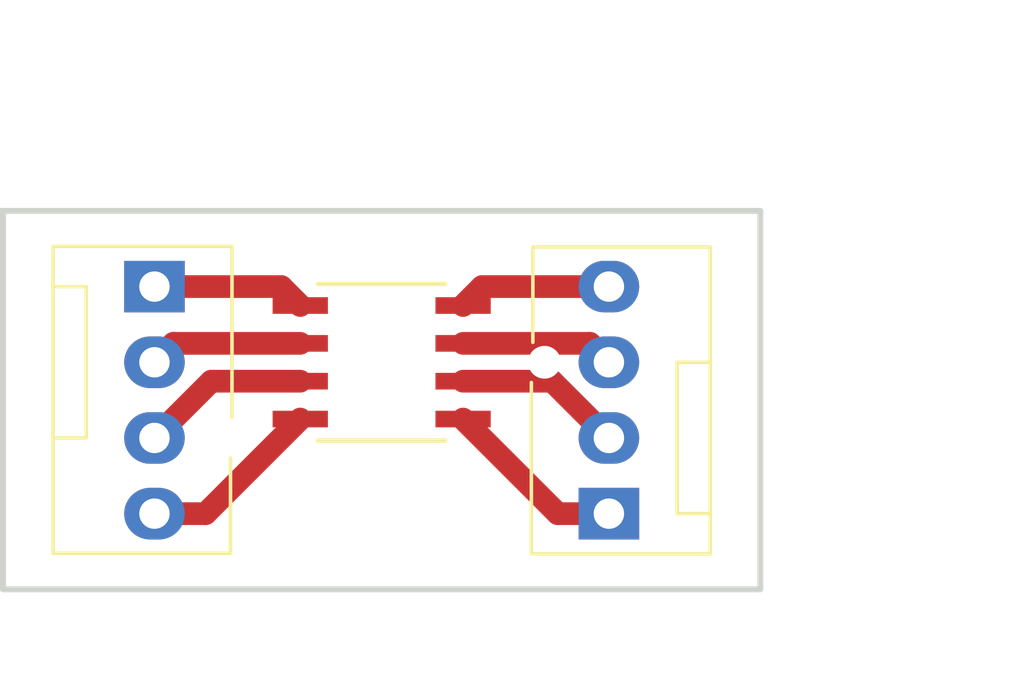
<source format=kicad_pcb>
(kicad_pcb (version 20221018) (generator pcbnew)
  (layers (0 "F.Cu" signal) (31 "B.Cu" signal) (34 "B.Paste" user) (35 "F.Paste" user) (36 "B.SilkS" user "B.Silkscreen") (37 "F.SilkS" user "F.Silkscreen") (38 "B.Mask" user) (39 "F.Mask" user) (44 "Edge.Cuts" user))
  (net 0 "")
  (footprint "Connector:FanPinHeader_1x04_P2.54mm_Vertical" (layer "F.Cu") (at 76.2 68.58 -90)
    (fp_text reference "REF**" hide)
    (fp_text value "FanPinHeader_1x04_P2.54mm_Vertical" hide)
    (fp_line (start -1.35 -2.6) (end 4.4 -2.6) (stroke (width 0.12)) (layer "F.SilkS"))
    (fp_line (start -1.35 3.4) (end -1.35 -2.6) (stroke (width 0.12)) (layer "F.SilkS"))
    (fp_line (start 0 2.29) (end 5.08 2.29) (stroke (width 0.12)) (layer "F.SilkS"))
    (fp_line (start 0 3.3) (end 0 2.29) (stroke (width 0.12)) (layer "F.SilkS"))
    (fp_line (start 5.08 2.29) (end 5.08 3.3) (stroke (width 0.12)) (layer "F.SilkS"))
    (fp_line (start 5.75 -2.55) (end 8.95 -2.55) (stroke (width 0.12)) (layer "F.SilkS"))
    (fp_line (start 8.95 -2.55) (end 8.95 3.4) (stroke (width 0.12)) (layer "F.SilkS"))
    (fp_line (start 8.95 3.4) (end -1.35 3.4) (stroke (width 0.12)) (layer "F.SilkS"))
    (pad "" np_thru_hole circle (at 5.08 -2.16) (size 1.1 1.1) (drill 1.1) (layers "*.Cu" "*.Mask"))
    (pad "1" thru_hole rect (at 0 0) (size 2.03 1.73) (drill 1.02) (layers "*.Cu" "*.Mask"))
    (pad "2" thru_hole oval (at 2.54 0) (size 2.03 1.73) (drill 1.02) (layers "*.Cu" "*.Mask"))
    (pad "3" thru_hole oval (at 5.08 0) (size 2.03 1.73) (drill 1.02) (layers "*.Cu" "*.Mask"))
    (pad "4" thru_hole oval (at 7.62 0) (size 2.03 1.73) (drill 1.02) (layers "*.Cu" "*.Mask"))
  )
  (footprint "Super_Visory_Circuit:SO-8_STM-M" (layer "F.Cu") (at 83.82 71.12)
    (fp_text reference "REF**" hide)
    (fp_text value "SO-8_STM" hide)
    (fp_line (start -2.1336 2.6289) (end 2.1336 2.6289) (stroke (width 0.1524)) (layer "F.SilkS"))
    (fp_line (start 2.1336 -2.6289) (end -2.1336 -2.6289) (stroke (width 0.1524)) (layer "F.SilkS"))
    (pad "1" smd rect (at -2.7305 -1.905) (size 1.8542 0.5588) (layers "F.Cu" "F.Paste" "F.Mask"))
    (pad "2" smd rect (at -2.7305 -0.635) (size 1.8542 0.5588) (layers "F.Cu" "F.Paste" "F.Mask"))
    (pad "3" smd rect (at -2.7305 0.635) (size 1.8542 0.5588) (layers "F.Cu" "F.Paste" "F.Mask"))
    (pad "4" smd rect (at -2.7305 1.905) (size 1.8542 0.5588) (layers "F.Cu" "F.Paste" "F.Mask"))
    (pad "5" smd rect (at 2.7305 1.905) (size 1.8542 0.5588) (layers "F.Cu" "F.Paste" "F.Mask"))
    (pad "6" smd rect (at 2.7305 0.635) (size 1.8542 0.5588) (layers "F.Cu" "F.Paste" "F.Mask"))
    (pad "7" smd rect (at 2.7305 -0.635) (size 1.8542 0.5588) (layers "F.Cu" "F.Paste" "F.Mask"))
    (pad "8" smd rect (at 2.7305 -1.905) (size 1.8542 0.5588) (layers "F.Cu" "F.Paste" "F.Mask"))
  )
  (footprint "Connector:FanPinHeader_1x04_P2.54mm_Vertical" (layer "F.Cu") (at 91.44 76.2 90)
    (fp_text reference "REF**" hide)
    (fp_text value "FanPinHeader_1x04_P2.54mm_Vertical" hide)
    (fp_line (start -1.35 -2.6) (end 4.4 -2.6) (stroke (width 0.12)) (layer "F.SilkS"))
    (fp_line (start -1.35 3.4) (end -1.35 -2.6) (stroke (width 0.12)) (layer "F.SilkS"))
    (fp_line (start 0 2.29) (end 5.08 2.29) (stroke (width 0.12)) (layer "F.SilkS"))
    (fp_line (start 0 3.3) (end 0 2.29) (stroke (width 0.12)) (layer "F.SilkS"))
    (fp_line (start 5.08 2.29) (end 5.08 3.3) (stroke (width 0.12)) (layer "F.SilkS"))
    (fp_line (start 5.75 -2.55) (end 8.95 -2.55) (stroke (width 0.12)) (layer "F.SilkS"))
    (fp_line (start 8.95 -2.55) (end 8.95 3.4) (stroke (width 0.12)) (layer "F.SilkS"))
    (fp_line (start 8.95 3.4) (end -1.35 3.4) (stroke (width 0.12)) (layer "F.SilkS"))
    (pad "" np_thru_hole circle (at 5.08 -2.16 180) (size 1.1 1.1) (drill 1.1) (layers "*.Cu" "*.Mask"))
    (pad "1" thru_hole rect (at 0 0 180) (size 2.03 1.73) (drill 1.02) (layers "*.Cu" "*.Mask"))
    (pad "2" thru_hole oval (at 2.54 0 180) (size 2.03 1.73) (drill 1.02) (layers "*.Cu" "*.Mask"))
    (pad "3" thru_hole oval (at 5.08 0 180) (size 2.03 1.73) (drill 1.02) (layers "*.Cu" "*.Mask"))
    (pad "4" thru_hole oval (at 7.62 0 180) (size 2.03 1.73) (drill 1.02) (layers "*.Cu" "*.Mask"))
  )
  (gr_rect (start 71.12 66.04) (end 96.52 78.74) (stroke (width 0.2)) (fill none) (layer "Edge.Cuts"))
  (segment (start 86.5505 71.755) (end 89.535 71.755) (width 0.762) (layer "F.Cu") (net 0))
  (segment (start 76.2 76.2) (end 77.9145 76.2) (width 0.762) (layer "F.Cu") (net 0))
  (segment (start 76.2 68.58) (end 80.4545 68.58) (width 0.762) (layer "F.Cu") (net 0))
  (segment (start 90.805 70.485) (end 91.44 71.12) (width 0.762) (layer "F.Cu") (net 0))
  (segment (start 91.44 76.2) (end 89.7255 76.2) (width 0.762) (layer "F.Cu") (net 0))
  (segment (start 78.105 71.755) (end 76.2 73.66) (width 0.762) (layer "F.Cu") (net 0))
  (segment (start 77.9145 76.2) (end 81.0895 73.025) (width 0.762) (layer "F.Cu") (net 0))
  (segment (start 80.4545 68.58) (end 81.0895 69.215) (width 0.762) (layer "F.Cu") (net 0))
  (segment (start 87.1855 68.58) (end 86.5505 69.215) (width 0.762) (layer "F.Cu") (net 0))
  (segment (start 91.44 68.58) (end 87.1855 68.58) (width 0.762) (layer "F.Cu") (net 0))
  (segment (start 81.0895 70.485) (end 76.835 70.485) (width 0.762) (layer "F.Cu") (net 0))
  (segment (start 81.0895 71.755) (end 78.105 71.755) (width 0.762) (layer "F.Cu") (net 0))
  (segment (start 89.7255 76.2) (end 86.5505 73.025) (width 0.762) (layer "F.Cu") (net 0))
  (segment (start 89.535 71.755) (end 91.44 73.66) (width 0.762) (layer "F.Cu") (net 0))
  (segment (start 86.5505 70.485) (end 90.805 70.485) (width 0.762) (layer "F.Cu") (net 0))
  (segment (start 76.835 70.485) (end 76.2 71.12) (width 0.762) (layer "F.Cu") (net 0))
)
</source>
